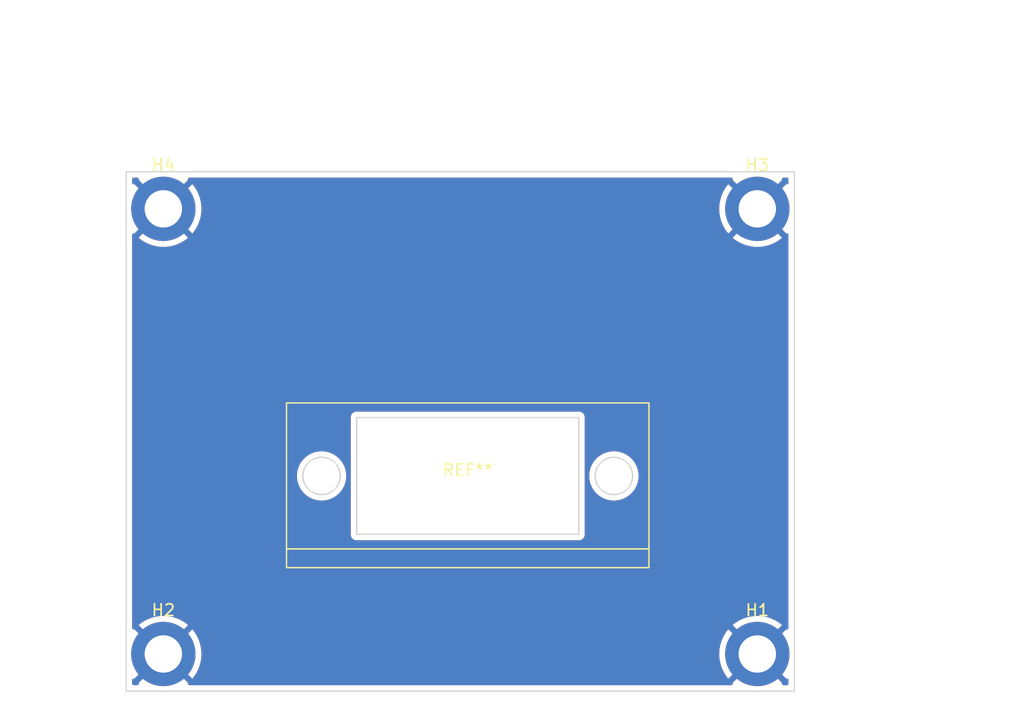
<source format=kicad_pcb>
(kicad_pcb (version 20211014) (generator pcbnew)
  (layers (0 "F.Cu" signal) (31 "B.Cu" signal) (34 "B.Paste" user) (35 "F.Paste" user) (36 "B.SilkS" user "B.Silkscreen") (37 "F.SilkS" user "F.Silkscreen") (38 "B.Mask" user) (39 "F.Mask" user) (44 "Edge.Cuts" user))
  (net 0 "")
  (net 1 "GND")
  (footprint "MountingHole:MountingHole_3.2mm_M3_ISO14580_Pad" (layer "F.Cu") (at 130.175 117.475)
    (fp_text reference "H2" (at 0 -3.75) (layer "F.SilkS"))
    (fp_text value "MountingHole_Pad")
    (pad "1" thru_hole circle (at 0 0) (size 5.5 5.5) (drill 3.2) (layers *.Cu *.Mask) (net 1 "GND"))
  )
  (footprint "MountingHole:MountingHole_3.2mm_M3_ISO14580_Pad" (layer "F.Cu") (at 180.975 79.375)
    (fp_text reference "H3" (at 0 -3.75) (layer "F.SilkS"))
    (fp_text value "MountingHole_Pad")
    (pad "1" thru_hole circle (at 0 0) (size 5.5 5.5) (drill 3.2) (layers *.Cu *.Mask) (net 1 "GND"))
  )
  (footprint "0_project_library:db9_cutout" (layer "F.Cu") (at 156.21 102.235)
    (fp_text reference "REF**" (at 0 -0.5 unlocked) (layer "F.SilkS"))
    (fp_text value "db9_cutout")
    (fp_rect (start -15.5 6.25) (end 15.5 7.85) (layer "F.SilkS") (width 0.12) (fill none))
    (fp_rect (start -15.5 -6.25) (end 15.5 6.25) (layer "F.SilkS") (width 0.12) (fill none))
    (fp_rect (start -9.5 -5) (end 9.5 5) (layer "Edge.Cuts") (width 0.12) (fill none))
    (fp_circle (center 12.5 0) (end 14.1 0) (layer "Edge.Cuts") (width 0.12) (fill none))
    (fp_circle (center -12.5 0) (end -10.9 0) (layer "Edge.Cuts") (width 0.12) (fill none))
  )
  (footprint "MountingHole:MountingHole_3.2mm_M3_ISO14580_Pad" (layer "F.Cu") (at 180.975 117.475)
    (fp_text reference "H1" (at 0 -3.75) (layer "F.SilkS"))
    (fp_text value "MountingHole_Pad")
    (pad "1" thru_hole circle (at 0 0) (size 5.5 5.5) (drill 3.2) (layers *.Cu *.Mask) (net 1 "GND"))
  )
  (footprint "MountingHole:MountingHole_3.2mm_M3_ISO14580_Pad" (layer "F.Cu") (at 130.175 79.375)
    (fp_text reference "H4" (at 0 -3.75) (layer "F.SilkS"))
    (fp_text value "MountingHole_Pad")
    (pad "1" thru_hole circle (at 0 0) (size 5.5 5.5) (drill 3.2) (layers *.Cu *.Mask) (net 1 "GND"))
  )
  (gr_rect (start 127 76.2) (end 184.15 120.65) (layer "Edge.Cuts") (width 0.1) (fill none))
  (zone (net 1) (net_name "GND") (layers F&B.Cu) (connect_pads (clearance 0.508)) (min_thickness 0.254) (fill yes (thermal_gap 0.508) (thermal_bridge_width 0.508))
    (polygon (pts (xy 195.58 122.555) (xy 116.205 122.555) (xy 116.205 67.945) (xy 195.58 67.945)))
  )
)
</source>
